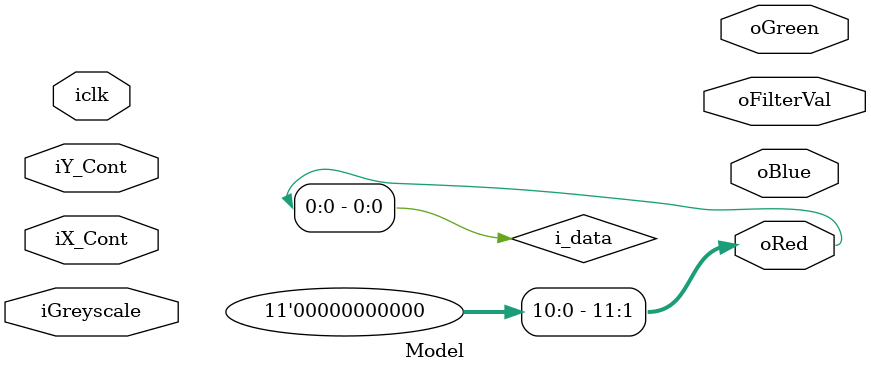
<source format=v>
module Model(	
        input           iclk,
        input   [11:0]  iGreyscale,
        input   iX_Cont,
        input   iY_Cont,
        output  [11:0]  oRed,
        output  [11:0]  oGreen,
        output  [11:0]  oBlue,
        output  oFilterVal
);

assign oRed = i_data;

always@(posedge iclk) begin

end
endmodule
</source>
